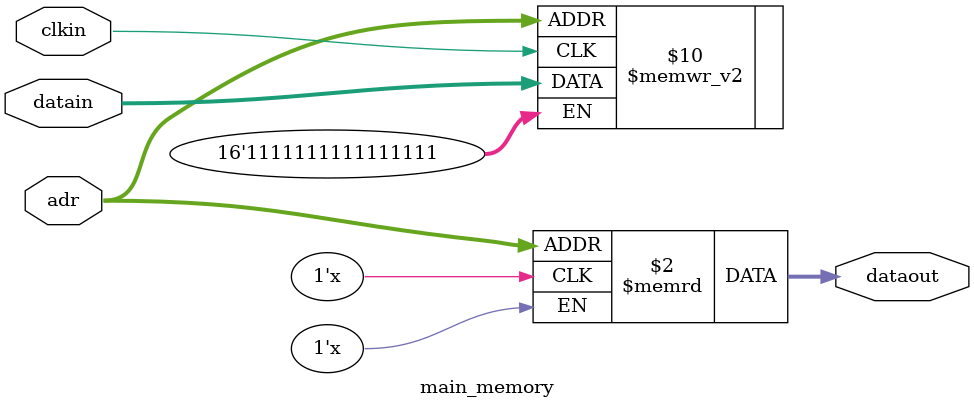
<source format=v>
`timescale 1ns / 1ps
module main_memory(    input [3:0] adr,    input clkin,    output [15:0] dataout,    input [15:0] datain);
    
reg [15:0]data[15:0];
assign dataout = data[adr];
always@ (posedge clkin) begin
    data[adr] <= datain;
end

endmodule

</source>
